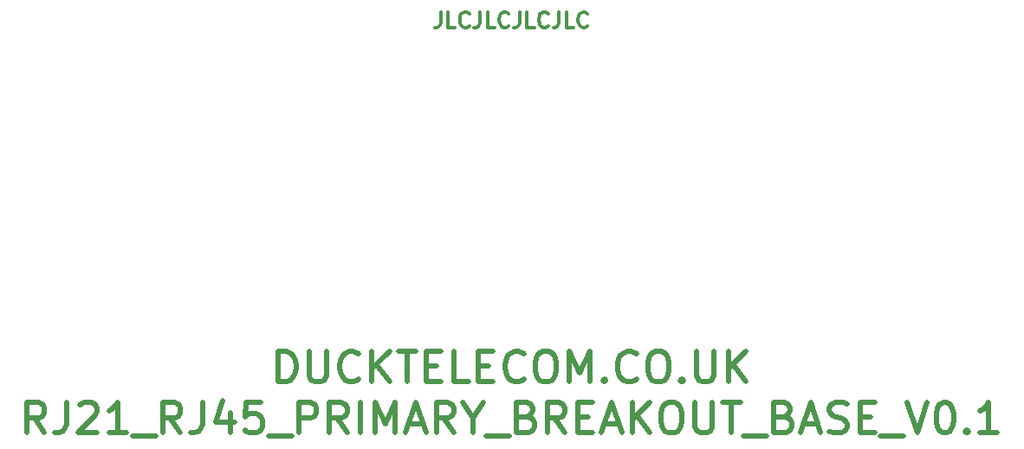
<source format=gto>
G04 #@! TF.GenerationSoftware,KiCad,Pcbnew,(5.1.10-1-10_14)*
G04 #@! TF.CreationDate,2022-03-30T11:35:22+01:00*
G04 #@! TF.ProjectId,RJ21_RJ45_PRIMARY_BREAKOUT_BASE,524a3231-5f52-44a3-9435-5f5052494d41,rev?*
G04 #@! TF.SameCoordinates,Original*
G04 #@! TF.FileFunction,Legend,Top*
G04 #@! TF.FilePolarity,Positive*
%FSLAX46Y46*%
G04 Gerber Fmt 4.6, Leading zero omitted, Abs format (unit mm)*
G04 Created by KiCad (PCBNEW (5.1.10-1-10_14)) date 2022-03-30 11:35:22*
%MOMM*%
%LPD*%
G01*
G04 APERTURE LIST*
%ADD10C,0.500000*%
%ADD11C,0.300000*%
%ADD12C,3.200000*%
G04 APERTURE END LIST*
D10*
X80214285Y-106057142D02*
X80214285Y-103057142D01*
X80928571Y-103057142D01*
X81357142Y-103200000D01*
X81642857Y-103485714D01*
X81785714Y-103771428D01*
X81928571Y-104342857D01*
X81928571Y-104771428D01*
X81785714Y-105342857D01*
X81642857Y-105628571D01*
X81357142Y-105914285D01*
X80928571Y-106057142D01*
X80214285Y-106057142D01*
X83214285Y-103057142D02*
X83214285Y-105485714D01*
X83357142Y-105771428D01*
X83500000Y-105914285D01*
X83785714Y-106057142D01*
X84357142Y-106057142D01*
X84642857Y-105914285D01*
X84785714Y-105771428D01*
X84928571Y-105485714D01*
X84928571Y-103057142D01*
X88071428Y-105771428D02*
X87928571Y-105914285D01*
X87500000Y-106057142D01*
X87214285Y-106057142D01*
X86785714Y-105914285D01*
X86500000Y-105628571D01*
X86357142Y-105342857D01*
X86214285Y-104771428D01*
X86214285Y-104342857D01*
X86357142Y-103771428D01*
X86500000Y-103485714D01*
X86785714Y-103200000D01*
X87214285Y-103057142D01*
X87500000Y-103057142D01*
X87928571Y-103200000D01*
X88071428Y-103342857D01*
X89357142Y-106057142D02*
X89357142Y-103057142D01*
X91071428Y-106057142D02*
X89785714Y-104342857D01*
X91071428Y-103057142D02*
X89357142Y-104771428D01*
X91928571Y-103057142D02*
X93642857Y-103057142D01*
X92785714Y-106057142D02*
X92785714Y-103057142D01*
X94642857Y-104485714D02*
X95642857Y-104485714D01*
X96071428Y-106057142D02*
X94642857Y-106057142D01*
X94642857Y-103057142D01*
X96071428Y-103057142D01*
X98785714Y-106057142D02*
X97357142Y-106057142D01*
X97357142Y-103057142D01*
X99785714Y-104485714D02*
X100785714Y-104485714D01*
X101214285Y-106057142D02*
X99785714Y-106057142D01*
X99785714Y-103057142D01*
X101214285Y-103057142D01*
X104214285Y-105771428D02*
X104071428Y-105914285D01*
X103642857Y-106057142D01*
X103357142Y-106057142D01*
X102928571Y-105914285D01*
X102642857Y-105628571D01*
X102500000Y-105342857D01*
X102357142Y-104771428D01*
X102357142Y-104342857D01*
X102500000Y-103771428D01*
X102642857Y-103485714D01*
X102928571Y-103200000D01*
X103357142Y-103057142D01*
X103642857Y-103057142D01*
X104071428Y-103200000D01*
X104214285Y-103342857D01*
X106071428Y-103057142D02*
X106642857Y-103057142D01*
X106928571Y-103200000D01*
X107214285Y-103485714D01*
X107357142Y-104057142D01*
X107357142Y-105057142D01*
X107214285Y-105628571D01*
X106928571Y-105914285D01*
X106642857Y-106057142D01*
X106071428Y-106057142D01*
X105785714Y-105914285D01*
X105500000Y-105628571D01*
X105357142Y-105057142D01*
X105357142Y-104057142D01*
X105500000Y-103485714D01*
X105785714Y-103200000D01*
X106071428Y-103057142D01*
X108642857Y-106057142D02*
X108642857Y-103057142D01*
X109642857Y-105200000D01*
X110642857Y-103057142D01*
X110642857Y-106057142D01*
X112071428Y-105771428D02*
X112214285Y-105914285D01*
X112071428Y-106057142D01*
X111928571Y-105914285D01*
X112071428Y-105771428D01*
X112071428Y-106057142D01*
X115214285Y-105771428D02*
X115071428Y-105914285D01*
X114642857Y-106057142D01*
X114357142Y-106057142D01*
X113928571Y-105914285D01*
X113642857Y-105628571D01*
X113500000Y-105342857D01*
X113357142Y-104771428D01*
X113357142Y-104342857D01*
X113500000Y-103771428D01*
X113642857Y-103485714D01*
X113928571Y-103200000D01*
X114357142Y-103057142D01*
X114642857Y-103057142D01*
X115071428Y-103200000D01*
X115214285Y-103342857D01*
X117071428Y-103057142D02*
X117642857Y-103057142D01*
X117928571Y-103200000D01*
X118214285Y-103485714D01*
X118357142Y-104057142D01*
X118357142Y-105057142D01*
X118214285Y-105628571D01*
X117928571Y-105914285D01*
X117642857Y-106057142D01*
X117071428Y-106057142D01*
X116785714Y-105914285D01*
X116500000Y-105628571D01*
X116357142Y-105057142D01*
X116357142Y-104057142D01*
X116500000Y-103485714D01*
X116785714Y-103200000D01*
X117071428Y-103057142D01*
X119642857Y-105771428D02*
X119785714Y-105914285D01*
X119642857Y-106057142D01*
X119500000Y-105914285D01*
X119642857Y-105771428D01*
X119642857Y-106057142D01*
X121071428Y-103057142D02*
X121071428Y-105485714D01*
X121214285Y-105771428D01*
X121357142Y-105914285D01*
X121642857Y-106057142D01*
X122214285Y-106057142D01*
X122500000Y-105914285D01*
X122642857Y-105771428D01*
X122785714Y-105485714D01*
X122785714Y-103057142D01*
X124214285Y-106057142D02*
X124214285Y-103057142D01*
X125928571Y-106057142D02*
X124642857Y-104342857D01*
X125928571Y-103057142D02*
X124214285Y-104771428D01*
X57357142Y-111057142D02*
X56357142Y-109628571D01*
X55642857Y-111057142D02*
X55642857Y-108057142D01*
X56785714Y-108057142D01*
X57071428Y-108200000D01*
X57214285Y-108342857D01*
X57357142Y-108628571D01*
X57357142Y-109057142D01*
X57214285Y-109342857D01*
X57071428Y-109485714D01*
X56785714Y-109628571D01*
X55642857Y-109628571D01*
X59500000Y-108057142D02*
X59500000Y-110200000D01*
X59357142Y-110628571D01*
X59071428Y-110914285D01*
X58642857Y-111057142D01*
X58357142Y-111057142D01*
X60785714Y-108342857D02*
X60928571Y-108200000D01*
X61214285Y-108057142D01*
X61928571Y-108057142D01*
X62214285Y-108200000D01*
X62357142Y-108342857D01*
X62500000Y-108628571D01*
X62500000Y-108914285D01*
X62357142Y-109342857D01*
X60642857Y-111057142D01*
X62500000Y-111057142D01*
X65357142Y-111057142D02*
X63642857Y-111057142D01*
X64500000Y-111057142D02*
X64500000Y-108057142D01*
X64214285Y-108485714D01*
X63928571Y-108771428D01*
X63642857Y-108914285D01*
X65928571Y-111342857D02*
X68214285Y-111342857D01*
X70642857Y-111057142D02*
X69642857Y-109628571D01*
X68928571Y-111057142D02*
X68928571Y-108057142D01*
X70071428Y-108057142D01*
X70357142Y-108200000D01*
X70500000Y-108342857D01*
X70642857Y-108628571D01*
X70642857Y-109057142D01*
X70500000Y-109342857D01*
X70357142Y-109485714D01*
X70071428Y-109628571D01*
X68928571Y-109628571D01*
X72785714Y-108057142D02*
X72785714Y-110200000D01*
X72642857Y-110628571D01*
X72357142Y-110914285D01*
X71928571Y-111057142D01*
X71642857Y-111057142D01*
X75500000Y-109057142D02*
X75500000Y-111057142D01*
X74785714Y-107914285D02*
X74071428Y-110057142D01*
X75928571Y-110057142D01*
X78500000Y-108057142D02*
X77071428Y-108057142D01*
X76928571Y-109485714D01*
X77071428Y-109342857D01*
X77357142Y-109200000D01*
X78071428Y-109200000D01*
X78357142Y-109342857D01*
X78500000Y-109485714D01*
X78642857Y-109771428D01*
X78642857Y-110485714D01*
X78500000Y-110771428D01*
X78357142Y-110914285D01*
X78071428Y-111057142D01*
X77357142Y-111057142D01*
X77071428Y-110914285D01*
X76928571Y-110771428D01*
X79214285Y-111342857D02*
X81500000Y-111342857D01*
X82214285Y-111057142D02*
X82214285Y-108057142D01*
X83357142Y-108057142D01*
X83642857Y-108200000D01*
X83785714Y-108342857D01*
X83928571Y-108628571D01*
X83928571Y-109057142D01*
X83785714Y-109342857D01*
X83642857Y-109485714D01*
X83357142Y-109628571D01*
X82214285Y-109628571D01*
X86928571Y-111057142D02*
X85928571Y-109628571D01*
X85214285Y-111057142D02*
X85214285Y-108057142D01*
X86357142Y-108057142D01*
X86642857Y-108200000D01*
X86785714Y-108342857D01*
X86928571Y-108628571D01*
X86928571Y-109057142D01*
X86785714Y-109342857D01*
X86642857Y-109485714D01*
X86357142Y-109628571D01*
X85214285Y-109628571D01*
X88214285Y-111057142D02*
X88214285Y-108057142D01*
X89642857Y-111057142D02*
X89642857Y-108057142D01*
X90642857Y-110200000D01*
X91642857Y-108057142D01*
X91642857Y-111057142D01*
X92928571Y-110200000D02*
X94357142Y-110200000D01*
X92642857Y-111057142D02*
X93642857Y-108057142D01*
X94642857Y-111057142D01*
X97357142Y-111057142D02*
X96357142Y-109628571D01*
X95642857Y-111057142D02*
X95642857Y-108057142D01*
X96785714Y-108057142D01*
X97071428Y-108200000D01*
X97214285Y-108342857D01*
X97357142Y-108628571D01*
X97357142Y-109057142D01*
X97214285Y-109342857D01*
X97071428Y-109485714D01*
X96785714Y-109628571D01*
X95642857Y-109628571D01*
X99214285Y-109628571D02*
X99214285Y-111057142D01*
X98214285Y-108057142D02*
X99214285Y-109628571D01*
X100214285Y-108057142D01*
X100500000Y-111342857D02*
X102785714Y-111342857D01*
X104500000Y-109485714D02*
X104928571Y-109628571D01*
X105071428Y-109771428D01*
X105214285Y-110057142D01*
X105214285Y-110485714D01*
X105071428Y-110771428D01*
X104928571Y-110914285D01*
X104642857Y-111057142D01*
X103500000Y-111057142D01*
X103500000Y-108057142D01*
X104500000Y-108057142D01*
X104785714Y-108200000D01*
X104928571Y-108342857D01*
X105071428Y-108628571D01*
X105071428Y-108914285D01*
X104928571Y-109200000D01*
X104785714Y-109342857D01*
X104500000Y-109485714D01*
X103500000Y-109485714D01*
X108214285Y-111057142D02*
X107214285Y-109628571D01*
X106500000Y-111057142D02*
X106500000Y-108057142D01*
X107642857Y-108057142D01*
X107928571Y-108200000D01*
X108071428Y-108342857D01*
X108214285Y-108628571D01*
X108214285Y-109057142D01*
X108071428Y-109342857D01*
X107928571Y-109485714D01*
X107642857Y-109628571D01*
X106500000Y-109628571D01*
X109500000Y-109485714D02*
X110500000Y-109485714D01*
X110928571Y-111057142D02*
X109500000Y-111057142D01*
X109500000Y-108057142D01*
X110928571Y-108057142D01*
X112071428Y-110200000D02*
X113500000Y-110200000D01*
X111785714Y-111057142D02*
X112785714Y-108057142D01*
X113785714Y-111057142D01*
X114785714Y-111057142D02*
X114785714Y-108057142D01*
X116500000Y-111057142D02*
X115214285Y-109342857D01*
X116500000Y-108057142D02*
X114785714Y-109771428D01*
X118357142Y-108057142D02*
X118928571Y-108057142D01*
X119214285Y-108200000D01*
X119500000Y-108485714D01*
X119642857Y-109057142D01*
X119642857Y-110057142D01*
X119500000Y-110628571D01*
X119214285Y-110914285D01*
X118928571Y-111057142D01*
X118357142Y-111057142D01*
X118071428Y-110914285D01*
X117785714Y-110628571D01*
X117642857Y-110057142D01*
X117642857Y-109057142D01*
X117785714Y-108485714D01*
X118071428Y-108200000D01*
X118357142Y-108057142D01*
X120928571Y-108057142D02*
X120928571Y-110485714D01*
X121071428Y-110771428D01*
X121214285Y-110914285D01*
X121500000Y-111057142D01*
X122071428Y-111057142D01*
X122357142Y-110914285D01*
X122500000Y-110771428D01*
X122642857Y-110485714D01*
X122642857Y-108057142D01*
X123642857Y-108057142D02*
X125357142Y-108057142D01*
X124500000Y-111057142D02*
X124500000Y-108057142D01*
X125642857Y-111342857D02*
X127928571Y-111342857D01*
X129642857Y-109485714D02*
X130071428Y-109628571D01*
X130214285Y-109771428D01*
X130357142Y-110057142D01*
X130357142Y-110485714D01*
X130214285Y-110771428D01*
X130071428Y-110914285D01*
X129785714Y-111057142D01*
X128642857Y-111057142D01*
X128642857Y-108057142D01*
X129642857Y-108057142D01*
X129928571Y-108200000D01*
X130071428Y-108342857D01*
X130214285Y-108628571D01*
X130214285Y-108914285D01*
X130071428Y-109200000D01*
X129928571Y-109342857D01*
X129642857Y-109485714D01*
X128642857Y-109485714D01*
X131500000Y-110200000D02*
X132928571Y-110200000D01*
X131214285Y-111057142D02*
X132214285Y-108057142D01*
X133214285Y-111057142D01*
X134071428Y-110914285D02*
X134500000Y-111057142D01*
X135214285Y-111057142D01*
X135500000Y-110914285D01*
X135642857Y-110771428D01*
X135785714Y-110485714D01*
X135785714Y-110200000D01*
X135642857Y-109914285D01*
X135500000Y-109771428D01*
X135214285Y-109628571D01*
X134642857Y-109485714D01*
X134357142Y-109342857D01*
X134214285Y-109200000D01*
X134071428Y-108914285D01*
X134071428Y-108628571D01*
X134214285Y-108342857D01*
X134357142Y-108200000D01*
X134642857Y-108057142D01*
X135357142Y-108057142D01*
X135785714Y-108200000D01*
X137071428Y-109485714D02*
X138071428Y-109485714D01*
X138500000Y-111057142D02*
X137071428Y-111057142D01*
X137071428Y-108057142D01*
X138500000Y-108057142D01*
X139071428Y-111342857D02*
X141357142Y-111342857D01*
X141642857Y-108057142D02*
X142642857Y-111057142D01*
X143642857Y-108057142D01*
X145214285Y-108057142D02*
X145499999Y-108057142D01*
X145785714Y-108200000D01*
X145928571Y-108342857D01*
X146071428Y-108628571D01*
X146214285Y-109200000D01*
X146214285Y-109914285D01*
X146071428Y-110485714D01*
X145928571Y-110771428D01*
X145785714Y-110914285D01*
X145499999Y-111057142D01*
X145214285Y-111057142D01*
X144928571Y-110914285D01*
X144785714Y-110771428D01*
X144642857Y-110485714D01*
X144499999Y-109914285D01*
X144499999Y-109200000D01*
X144642857Y-108628571D01*
X144785714Y-108342857D01*
X144928571Y-108200000D01*
X145214285Y-108057142D01*
X147499999Y-110771428D02*
X147642857Y-110914285D01*
X147499999Y-111057142D01*
X147357142Y-110914285D01*
X147499999Y-110771428D01*
X147499999Y-111057142D01*
X150499999Y-111057142D02*
X148785714Y-111057142D01*
X149642857Y-111057142D02*
X149642857Y-108057142D01*
X149357142Y-108485714D01*
X149071428Y-108771428D01*
X148785714Y-108914285D01*
D11*
X96071428Y-69878571D02*
X96071428Y-70950000D01*
X96000000Y-71164285D01*
X95857142Y-71307142D01*
X95642857Y-71378571D01*
X95500000Y-71378571D01*
X97500000Y-71378571D02*
X96785714Y-71378571D01*
X96785714Y-69878571D01*
X98857142Y-71235714D02*
X98785714Y-71307142D01*
X98571428Y-71378571D01*
X98428571Y-71378571D01*
X98214285Y-71307142D01*
X98071428Y-71164285D01*
X98000000Y-71021428D01*
X97928571Y-70735714D01*
X97928571Y-70521428D01*
X98000000Y-70235714D01*
X98071428Y-70092857D01*
X98214285Y-69950000D01*
X98428571Y-69878571D01*
X98571428Y-69878571D01*
X98785714Y-69950000D01*
X98857142Y-70021428D01*
X99928571Y-69878571D02*
X99928571Y-70950000D01*
X99857142Y-71164285D01*
X99714285Y-71307142D01*
X99500000Y-71378571D01*
X99357142Y-71378571D01*
X101357142Y-71378571D02*
X100642857Y-71378571D01*
X100642857Y-69878571D01*
X102714285Y-71235714D02*
X102642857Y-71307142D01*
X102428571Y-71378571D01*
X102285714Y-71378571D01*
X102071428Y-71307142D01*
X101928571Y-71164285D01*
X101857142Y-71021428D01*
X101785714Y-70735714D01*
X101785714Y-70521428D01*
X101857142Y-70235714D01*
X101928571Y-70092857D01*
X102071428Y-69950000D01*
X102285714Y-69878571D01*
X102428571Y-69878571D01*
X102642857Y-69950000D01*
X102714285Y-70021428D01*
X103785714Y-69878571D02*
X103785714Y-70950000D01*
X103714285Y-71164285D01*
X103571428Y-71307142D01*
X103357142Y-71378571D01*
X103214285Y-71378571D01*
X105214285Y-71378571D02*
X104500000Y-71378571D01*
X104500000Y-69878571D01*
X106571428Y-71235714D02*
X106500000Y-71307142D01*
X106285714Y-71378571D01*
X106142857Y-71378571D01*
X105928571Y-71307142D01*
X105785714Y-71164285D01*
X105714285Y-71021428D01*
X105642857Y-70735714D01*
X105642857Y-70521428D01*
X105714285Y-70235714D01*
X105785714Y-70092857D01*
X105928571Y-69950000D01*
X106142857Y-69878571D01*
X106285714Y-69878571D01*
X106500000Y-69950000D01*
X106571428Y-70021428D01*
X107642857Y-69878571D02*
X107642857Y-70950000D01*
X107571428Y-71164285D01*
X107428571Y-71307142D01*
X107214285Y-71378571D01*
X107071428Y-71378571D01*
X109071428Y-71378571D02*
X108357142Y-71378571D01*
X108357142Y-69878571D01*
X110428571Y-71235714D02*
X110357142Y-71307142D01*
X110142857Y-71378571D01*
X110000000Y-71378571D01*
X109785714Y-71307142D01*
X109642857Y-71164285D01*
X109571428Y-71021428D01*
X109500000Y-70735714D01*
X109500000Y-70521428D01*
X109571428Y-70235714D01*
X109642857Y-70092857D01*
X109785714Y-69950000D01*
X110000000Y-69878571D01*
X110142857Y-69878571D01*
X110357142Y-69950000D01*
X110428571Y-70021428D01*
%LPC*%
D12*
X53000000Y-157100000D03*
X153000000Y-157100000D03*
X153000000Y-57100000D03*
X53000000Y-57100000D03*
M02*

</source>
